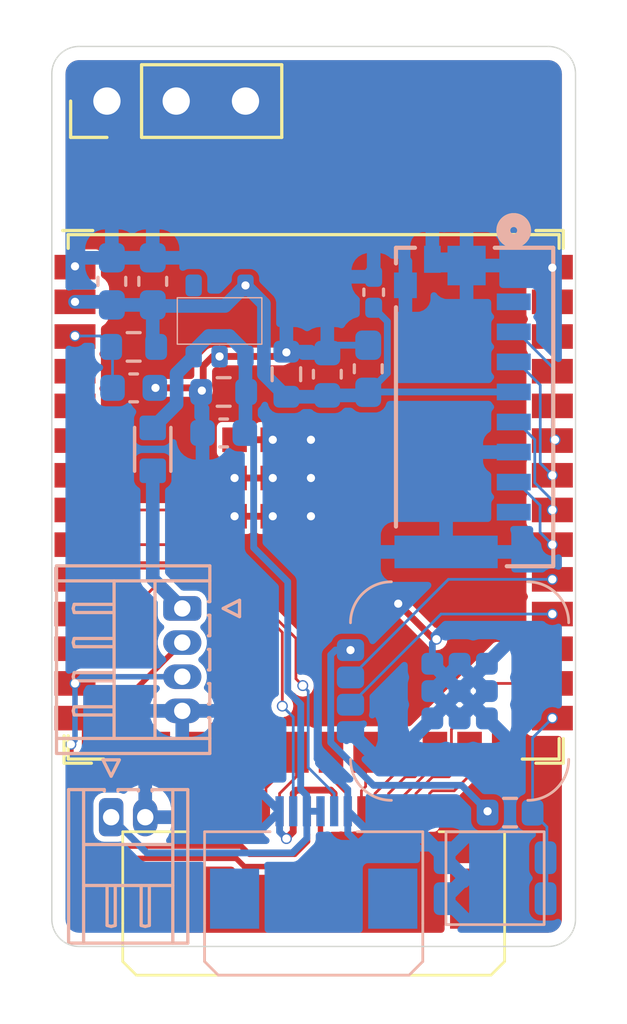
<source format=kicad_pcb>
(kicad_pcb (version 20240108) (generator "pcbnew") (generator_version "8.0")
  (layers (0 "F.Cu" signal) (31 "B.Cu" signal) (34 "B.Paste" user) (35 "F.Paste" user) (36 "B.SilkS" user "B.Silkscreen") (37 "F.SilkS" user "F.Silkscreen") (38 "B.Mask" user) (39 "F.Mask" user) (44 "Edge.Cuts" user))
  (net 0 "")
  (net 1 "GND")
  (net 2 "Net-(ESP1-GPIO0{slash}BOOT)")
  (net 3 "Net-(ESP1-EN)")
  (net 4 "+3V3")
  (net 8 "USB -")
  (net 9 "USB +")
  (net 14 "Sensor SCL")
  (net 16 "Sensor SDA")
  (net 17 "SD SPI MISO")
  (net 18 "SD SPI CLK")
  (net 19 "SD SPI MOSI")
  (net 20 "SD SPI CS")
  (net 21 "Exp 13")
  (net 22 "Exp 4")
  (net 23 "Exp 11")
  (net 24 "Exp 2")
  (net 26 "Exp 9")
  (net 27 "Exp 3")
  (net 29 "Exp 8")
  (net 30 "Exp 0")
  (net 31 "Exp 7")
  (net 32 "Exp 12")
  (net 34 "Exp 1")
  (net 35 "Exp 6")
  (net 38 "Exp 5")
  (net 39 "Exp 10")
  (net 40 "+5V")
  (net 42 "EXP UART RX")
  (net 43 "EXP UART TX")
  (net 44 "Net-(J1-Pin_1)")
  (net 45 "GPIO 0")
  (footprint "FFC_Connector:FFC Aliexpress 0.5mm 18P" (layer "F.Cu") (at 140 112.15)
    (property "Reference" "U2" (hide yes))
    (property "Value" "Expansion" (hide yes))
    (pad "" smd rect (at -5.9 2.25) (size 1.8 2.2) (layers "F.Cu" "F.Paste" "F.Mask"))
    (pad "" smd rect (at 5.9 2.25) (size 1.8 2.2) (layers "F.Cu" "F.Paste" "F.Mask"))
    (pad "1" smd rect (at -4.25 -0.95) (size 0.3 1.1) (layers "F.Cu" "F.Paste" "F.Mask") (net 30 "Exp 0"))
    (pad "2" smd rect (at -3.75 -0.95) (size 0.3 1.1) (layers "F.Cu" "F.Paste" "F.Mask") (net 34 "Exp 1"))
    (pad "3" smd rect (at -3.25 -0.95) (size 0.3 1.1) (layers "F.Cu" "F.Paste" "F.Mask") (net 24 "Exp 2"))
    (pad "4" smd rect (at -2.75 -0.95) (size 0.3 1.1) (layers "F.Cu" "F.Paste" "F.Mask") (net 27 "Exp 3"))
    (pad "5" smd rect (at -2.25 -0.95) (size 0.3 1.1) (layers "F.Cu" "F.Paste" "F.Mask") (net 22 "Exp 4"))
    (pad "6" smd rect (at -1.75 -0.95) (size 0.3 1.1) (layers "F.Cu" "F.Paste" "F.Mask") (net 38 "Exp 5"))
    (pad "7" smd rect (at -1.25 -0.95) (size 0.3 1.1) (layers "F.Cu" "F.Paste" "F.Mask") (net 35 "Exp 6"))
    (pad "8" smd rect (at -0.75 -0.95) (size 0.3 1.1) (layers "F.Cu" "F.Paste" "F.Mask") (net 1 "GND"))
    (pad "9" smd rect (at -0.25 -0.95) (size 0.3 1.1) (layers "F.Cu" "F.Paste" "F.Mask") (net 9 "USB +"))
    (pad "10" smd rect (at 0.25 -0.95) (size 0.3 1.1) (layers "F.Cu" "F.Paste" "F.Mask") (net 8 "USB -"))
    (pad "11" smd rect (at 0.75 -0.95) (size 0.3 1.1) (layers "F.Cu" "F.Paste" "F.Mask") (net 1 "GND"))
    (pad "12" smd rect (at 1.25 -0.95) (size 0.3 1.1) (layers "F.Cu" "F.Paste" "F.Mask") (net 31 "Exp 7"))
    (pad "13" smd rect (at 1.75 -0.95) (size 0.3 1.1) (layers "F.Cu" "F.Paste" "F.Mask") (net 29 "Exp 8"))
    (pad "14" smd rect (at 2.25 -0.95) (size 0.3 1.1) (layers "F.Cu" "F.Paste" "F.Mask") (net 26 "Exp 9"))
    (pad "15" smd rect (at 2.75 -0.95) (size 0.3 1.1) (layers "F.Cu" "F.Paste" "F.Mask") (net 39 "Exp 10"))
    (pad "16" smd rect (at 3.25 -0.95) (size 0.3 1.1) (layers "F.Cu" "F.Paste" "F.Mask") (net 23 "Exp 11"))
    (pad "17" smd rect (at 3.75 -0.95) (size 0.3 1.1) (layers "F.Cu" "F.Paste" "F.Mask") (net 32 "Exp 12"))
    (pad "18" smd rect (at 4.25 -0.95) (size 0.3 1.1) (layers "F.Cu" "F.Paste" "F.Mask") (net 21 "Exp 13"))
  )
  (footprint "PCM_Espressif:ESP32-S3-WROOM-1U" (layer "F.Cu") (at 140 99.54)
    (property "Reference" "ESP1" (hide yes))
    (property "Value" "ESP32-S3-WROOM-1")
    (pad "1" smd rect (at -8.75 -8.26) (size 1.5 0.9) (layers "F.Cu" "F.Paste" "F.Mask") (net 1 "GND"))
    (pad "2" smd rect (at -8.75 -6.99) (size 1.5 0.9) (layers "F.Cu" "F.Paste" "F.Mask") (net 4 "+3V3"))
    (pad "3" smd rect (at -8.75 -5.72) (size 1.5 0.9) (layers "F.Cu" "F.Paste" "F.Mask") (net 3 "Net-(ESP1-EN)"))
    (pad "4" smd rect (at -8.75 -4.45) (size 1.5 0.9) (layers "F.Cu" "F.Paste" "F.Mask"))
    (pad "5" smd rect (at -8.75 -3.18) (size 1.5 0.9) (layers "F.Cu" "F.Paste" "F.Mask"))
    (pad "6" smd rect (at -8.75 -1.91) (size 1.5 0.9) (layers "F.Cu" "F.Paste" "F.Mask"))
    (pad "7" smd rect (at -8.75 -0.64) (size 1.5 0.9) (layers "F.Cu" "F.Paste" "F.Mask"))
    (pad "8" smd rect (at -8.75 0.63) (size 1.5 0.9) (layers "F.Cu" "F.Paste" "F.Mask") (net 43 "EXP UART TX"))
    (pad "9" smd rect (at -8.75 1.9) (size 1.5 0.9) (layers "F.Cu" "F.Paste" "F.Mask") (net 42 "EXP UART RX"))
    (pad "10" smd rect (at -8.75 3.17) (size 1.5 0.9) (layers "F.Cu" "F.Paste" "F.Mask") (net 38 "Exp 5"))
    (pad "11" smd rect (at -8.75 4.44) (size 1.5 0.9) (layers "F.Cu" "F.Paste" "F.Mask") (net 27 "Exp 3"))
    (pad "12" smd rect (at -8.75 5.71) (size 1.5 0.9) (layers "F.Cu" "F.Paste" "F.Mask") (net 34 "Exp 1"))
    (pad "13" smd rect (at -8.75 6.98) (size 1.5 0.9) (layers "F.Cu" "F.Paste" "F.Mask") (net 8 "USB -"))
    (pad "14" smd rect (at -8.75 8.25) (size 1.5 0.9) (layers "F.Cu" "F.Paste" "F.Mask") (net 9 "USB +"))
    (pad "15" smd rect (at -6.985 9.5 90) (size 1.5 0.9) (layers "F.Cu" "F.Paste" "F.Mask"))
    (pad "16" smd rect (at -5.715 9.5 90) (size 1.5 0.9) (layers "F.Cu" "F.Paste" "F.Mask"))
    (pad "17" smd rect (at -4.445 9.5 90) (size 1.5 0.9) (layers "F.Cu" "F.Paste" "F.Mask") (net 30 "Exp 0"))
    (pad "18" smd rect (at -3.175 9.5 90) (size 1.5 0.9) (layers "F.Cu" "F.Paste" "F.Mask") (net 24 "Exp 2"))
    (pad "19" smd rect (at -1.905 9.5 90) (size 1.5 0.9) (layers "F.Cu" "F.Paste" "F.Mask") (net 22 "Exp 4"))
    (pad "20" smd rect (at -0.635 9.5 90) (size 1.5 0.9) (layers "F.Cu" "F.Paste" "F.Mask") (net 35 "Exp 6"))
    (pad "21" smd rect (at 0.635 9.5 90) (size 1.5 0.9) (layers "F.Cu" "F.Paste" "F.Mask") (net 31 "Exp 7"))
    (pad "22" smd rect (at 1.905 9.5 90) (size 1.5 0.9) (layers "F.Cu" "F.Paste" "F.Mask") (net 29 "Exp 8"))
    (pad "23" smd rect (at 3.175 9.5 90) (size 1.5 0.9) (layers "F.Cu" "F.Paste" "F.Mask") (net 26 "Exp 9"))
    (pad "24" smd rect (at 4.445 9.5 90) (size 1.5 0.9) (layers "F.Cu" "F.Paste" "F.Mask") (net 23 "Exp 11"))
    (pad "25" smd rect (at 5.715 9.5 90) (size 1.5 0.9) (layers "F.Cu" "F.Paste" "F.Mask") (net 21 "Exp 13"))
    (pad "26" smd rect (at 6.985 9.5 90) (size 1.5 0.9) (layers "F.Cu" "F.Paste" "F.Mask"))
    (pad "27" smd rect (at 8.75 8.25 180) (size 1.5 0.9) (layers "F.Cu" "F.Paste" "F.Mask") (net 2 "Net-(ESP1-GPIO0{slash}BOOT)"))
    (pad "28" smd rect (at 8.75 6.98 180) (size 1.5 0.9) (layers "F.Cu" "F.Paste" "F.Mask") (net 32 "Exp 12"))
    (pad "29" smd rect (at 8.75 5.71 180) (size 1.5 0.9) (layers "F.Cu" "F.Paste" "F.Mask") (net 39 "Exp 10"))
    (pad "30" smd rect (at 8.75 4.44 180) (size 1.5 0.9) (layers "F.Cu" "F.Paste" "F.Mask") (net 14 "Sensor SCL"))
    (pad "31" smd rect (at 8.75 3.17 180) (size 1.5 0.9) (layers "F.Cu" "F.Paste" "F.Mask") (net 16 "Sensor SDA"))
    (pad "32" smd rect (at 8.75 1.9 180) (size 1.5 0.9) (layers "F.Cu" "F.Paste" "F.Mask") (net 17 "SD SPI MISO"))
    (pad "33" smd rect (at 8.75 0.63 180) (size 1.5 0.9) (layers "F.Cu" "F.Paste" "F.Mask") (net 18 "SD SPI CLK"))
    (pad "34" smd rect (at 8.75 -0.64 180) (size 1.5 0.9) (layers "F.Cu" "F.Paste" "F.Mask") (net 19 "SD SPI MOSI"))
    (pad "35" smd rect (at 8.75 -1.91 180) (size 1.5 0.9) (layers "F.Cu" "F.Paste" "F.Mask") (net 20 "SD SPI CS"))
    (pad "36" smd rect (at 8.75 -3.18 180) (size 1.5 0.9) (layers "F.Cu" "F.Paste" "F.Mask"))
    (pad "37" smd rect (at 8.75 -4.45 180) (size 1.5 0.9) (layers "F.Cu" "F.Paste" "F.Mask"))
    (pad "38" smd rect (at 8.75 -5.72 180) (size 1.5 0.9) (layers "F.Cu" "F.Paste" "F.Mask"))
    (pad "39" smd rect (at 8.75 -6.99 180) (size 1.5 0.9) (layers "F.Cu" "F.Paste" "F.Mask"))
    (pad "40" smd rect (at 8.75 -8.26 180) (size 1.5 0.9) (layers "F.Cu" "F.Paste" "F.Mask") (net 1 "GND"))
    (pad "41" smd rect (at -2.9 -1.94 180) (size 0.9 0.9) (layers "F.Cu" "F.Paste" "F.Mask") (net 1 "GND"))
    (pad "41" smd rect (at -2.9 -0.54 180) (size 0.9 0.9) (layers "F.Cu" "F.Paste" "F.Mask") (net 1 "GND"))
    (pad "41" smd rect (at -2.9 0.86 180) (size 0.9 0.9) (layers "F.Cu" "F.Paste" "F.Mask") (net 1 "GND"))
    (pad "41" smd rect (at -1.5 -1.94 180) (size 0.9 0.9) (layers "F.Cu" "F.Paste" "F.Mask") (net 1 "GND"))
    (pad "41" smd rect (at -1.5 -0.54 180) (size 0.9 0.9) (layers "F.Cu" "F.Paste" "F.Mask") (net 1 "GND"))
    (pad "41" smd rect (at -1.5 0.86 180) (size 0.9 0.9) (layers "F.Cu" "F.Paste" "F.Mask") (net 1 "GND"))
    (pad "41" smd rect (at -0.1 -1.94 180) (size 0.9 0.9) (layers "F.Cu" "F.Paste" "F.Mask") (net 1 "GND"))
    (pad "41" smd rect (at -0.1 -0.54 180) (size 0.9 0.9) (layers "F.Cu" "F.Paste" "F.Mask") (net 1 "GND"))
    (pad "41" smd rect (at -0.1 0.86 180) (size 0.9 0.9) (layers "F.Cu" "F.Paste" "F.Mask") (net 1 "GND"))
  )
  (footprint "Connector_PinHeader_2.54mm:PinHeader_1x03_P2.54mm_Vertical" (layer "F.Cu") (at 132.42 85.2 90)
    (property "Reference" "J4" (hide yes))
    (property "Value" "GPIO 0" (hide yes))
    (pad "1" thru_hole rect (at 0 0 90) (size 1.7 1.7) (drill 1) (layers "*.Cu" "*.Mask") (net 4 "+3V3"))
    (pad "2" thru_hole oval (at 0 2.54 90) (size 1.7 1.7) (drill 1) (layers "*.Cu" "*.Mask") (net 45 "GPIO 0"))
    (pad "3" thru_hole oval (at 0 5.08 90) (size 1.7 1.7) (drill 1) (layers "*.Cu" "*.Mask") (net 1 "GND"))
  )
  (footprint "AP7366-SOT25:AP7366" (layer "B.Cu") (at 136.55 93.25)
    (property "Reference" "U4" (hide yes))
    (property "Value" "AP7366-33W5-7" (hide yes))
    (pad "1" smd roundrect (at 0.95 1.3 270) (size 0.8 0.6) (layers "B.Cu" "B.Paste" "B.Mask") (net 40 "+5V"))
    (pad "2" smd roundrect (at 0 1.3 270) (size 0.8 0.6) (layers "B.Cu" "B.Paste" "B.Mask") (net 1 "GND"))
    (pad "3" smd roundrect (at -0.95 1.3 270) (size 0.8 0.6) (layers "B.Cu" "B.Paste" "B.Mask") (net 40 "+5V"))
    (pad "4" smd roundrect (at -0.95 -1.3 270) (size 0.8 0.6) (layers "B.Cu" "B.Paste" "B.Mask"))
    (pad "5" smd roundrect (at 0.95 -1.3 270) (size 0.8 0.6) (layers "B.Cu" "B.Paste" "B.Mask") (net 4 "+3V3"))
  )
  (footprint "Capacitor_SMD:C_0603_1608Metric_Pad1.08x0.95mm_HandSolder" (layer "B.Cu") (at 142 95 90)
    (property "Reference" "C9" (hide yes))
    (property "Value" "22uF" (hide yes))
    (pad "1" smd roundrect (at -0.862501 0 90) (size 1.075 0.95) (layers "B.Cu" "B.Paste" "B.Mask") (net 4 "+3V3"))
    (pad "2" smd roundrect (at 0.862501 0 90) (size 1.075 0.95) (layers "B.Cu" "B.Paste" "B.Mask") (net 1 "GND"))
  )
  (footprint "Button-R-667843:Button-R-667843" (layer "B.Cu") (at 146.65 113.65 180)
    (property "Reference" "BootSW1" (hide yes))
    (property "Value" "SW_Push" (hide yes))
    (pad "1" smd roundrect (at -1.85 -0.750001 180) (size 0.8 1.2) (layers "B.Cu" "B.Paste" "B.Mask") (net 2 "Net-(ESP1-GPIO0{slash}BOOT)"))
    (pad "1" smd roundrect (at -1.85 0.750001 180) (size 0.8 1.2) (layers "B.Cu" "B.Paste" "B.Mask") (net 2 "Net-(ESP1-GPIO0{slash}BOOT)"))
    (pad "2" smd roundrect (at 1.85 -0.750001 180) (size 0.8 1.2) (layers "B.Cu" "B.Paste" "B.Mask") (net 1 "GND"))
    (pad "2" smd roundrect (at 1.85 0.750001 180) (size 0.8 1.2) (layers "B.Cu" "B.Paste" "B.Mask") (net 1 "GND"))
  )
  (footprint "Capacitor_SMD:C_0603_1608Metric" (layer "B.Cu") (at 140.500001 95.199999 90)
    (property "Reference" "C13" (hide yes))
    (property "Value" "10uF" (hide yes))
    (pad "1" smd roundrect (at -0.775 0 90) (size 0.9 0.95) (layers "B.Cu" "B.Paste" "B.Mask") (net 4 "+3V3"))
    (pad "2" smd roundrect (at 0.775 0 90) (size 0.9 0.95) (layers "B.Cu" "B.Paste" "B.Mask") (net 1 "GND"))
  )
  (footprint "Resistor_SMD:R_0603_1608Metric" (layer "B.Cu") (at 147.2 111.25)
    (property "Reference" "R2" (hide yes))
    (property "Value" "10K" (hide yes))
    (pad "1" smd roundrect (at -0.825 0) (size 0.8 0.95) (layers "B.Cu" "B.Paste" "B.Mask") (net 4 "+3V3"))
    (pad "2" smd roundrect (at 0.825 0) (size 0.8 0.95) (layers "B.Cu" "B.Paste" "B.Mask") (net 2 "Net-(ESP1-GPIO0{slash}BOOT)"))
  )
  (footprint "MicroSD_473092651:CONN12_47309-2651_MOL" (layer "B.Cu") (at 145.9 96.4 90)
    (property "Reference" "J3" (hide yes))
    (property "Value" "MicroSD" (hide yes))
    (pad "1" smd rect (at 3.850012 1.4339 90) (size 0.6096 1.2446) (layers "B.Cu" "B.Paste" "B.Mask"))
    (pad "2" smd rect (at 2.750011 1.4339 90) (size 0.6096 1.2446) (layers "B.Cu" "B.Paste" "B.Mask") (net 20 "SD SPI CS"))
    (pad "3" smd rect (at 1.650011 1.433899 90) (size 0.6096 1.2446) (layers "B.Cu" "B.Paste" "B.Mask") (net 19 "SD SPI MOSI"))
    (pad "4" smd rect (at 0.55001 1.4339 90) (size 0.6096 1.2446) (layers "B.Cu" "B.Paste" "B.Mask") (net 4 "+3V3"))
    (pad "5" smd rect (at -0.549987 1.4339 90) (size 0.6096 1.2446) (layers "B.Cu" "B.Paste" "B.Mask") (net 18 "SD SPI CLK"))
    (pad "6" smd rect (at -1.649988 1.4339 90) (size 0.6096 1.2446) (layers "B.Cu" "B.Paste" "B.Mask") (net 1 "GND"))
    (pad "7" smd rect (at -2.749988 1.4339 90) (size 0.6096 1.2446) (layers "B.Cu" "B.Paste" "B.Mask") (net 17 "SD SPI MISO"))
    (pad "8" smd rect (at -3.849988 1.4339 90) (size 0.6096 1.2446) (layers "B.Cu" "B.Paste" "B.Mask"))
    (pad "G1" smd rect (at -5.305412 -1.046407 90) (size 1.1938 3.7846) (layers "B.Cu" "B.Paste" "B.Mask") (net 1 "GND"))
    (pad "G2" smd rect (at 5.1784 -0.294105 90) (size 1.4478 1.4) (layers "B.Cu" "B.Paste" "B.Mask") (net 1 "GND"))
    (pad "G3" smd rect (at 5.406999 -1.548906 90) (size 0.9906 0.6096) (layers "B.Cu" "B.Paste" "B.Mask") (net 1 "GND"))
    (pad "G4" smd rect (at 4.4545 -2.5368 90) (size 0.9398 0.8382) (layers "B.Cu" "B.Paste" "B.Mask") (net 1 "GND"))
  )
  (footprint "Connector_Hirose:Hirose_DF13-04P-1.25DS_1x04_P1.25mm_Horizontal" (layer "B.Cu") (at 135.1825 103.775 -90)
    (property "Reference" "J1" (hide yes))
    (property "Value" "USB" (hide yes))
    (pad "1" thru_hole roundrect (at 0 0 270) (size 0.9 1.4) (drill 0.6) (layers "*.Cu" "*.Mask") (net 44 "Net-(J1-Pin_1)"))
    (pad "2" thru_hole oval (at 1.249999 0 270) (size 0.9 1.4) (drill 0.6) (layers "*.Cu" "*.Mask") (net 9 "USB +"))
    (pad "3" thru_hole oval (at 2.5 0 270) (size 0.9 1.4) (drill 0.6) (layers "*.Cu" "*.Mask") (net 8 "USB -"))
    (pad "4" thru_hole oval (at 3.749999 0 270) (size 0.9 1.4) (drill 0.6) (layers "*.Cu" "*.Mask") (net 1 "GND"))
  )
  (footprint "Resistor_SMD:R_0603_1608Metric" (layer "B.Cu") (at 133.4 94.2 180)
    (property "Reference" "R1" (hide yes))
    (property "Value" "10K" (hide yes))
    (pad "1" smd roundrect (at -0.825 0 180) (size 0.8 0.95) (layers "B.Cu" "B.Paste" "B.Mask") (net 4 "+3V3"))
    (pad "2" smd roundrect (at 0.825 0 180) (size 0.8 0.95) (layers "B.Cu" "B.Paste" "B.Mask") (net 3 "Net-(ESP1-EN)"))
  )
  (footprint "Resistor_SMD:R_0603_1608Metric" (layer "B.Cu") (at 139.000001 95.2 90)
    (property "Reference" "C12" (hide yes))
    (property "Value" "1uF" (hide yes))
    (pad "1" smd roundrect (at -0.825 0 90) (size 0.8 0.95) (layers "B.Cu" "B.Paste" "B.Mask") (net 4 "+3V3"))
    (pad "2" smd roundrect (at 0.825 0 90) (size 0.8 0.95) (layers "B.Cu" "B.Paste" "B.Mask") (net 1 "GND"))
  )
  (footprint "Capacitor_SMD:C_0603_1608Metric_Pad1.08x0.95mm_HandSolder" (layer "B.Cu") (at 134.1 91.8 90)
    (property "Reference" "C7" (hide yes))
    (property "Value" "22uF" (hide yes))
    (pad "1" smd roundrect (at -0.862501 0 90) (size 1.075 0.95) (layers "B.Cu" "B.Paste" "B.Mask") (net 4 "+3V3"))
    (pad "2" smd roundrect (at 0.862501 0 90) (size 1.075 0.95) (layers "B.Cu" "B.Paste" "B.Mask") (net 1 "GND"))
  )
  (footprint "FFC_Connector:FFC Aliexpress 0.5mm 6P" (layer "B.Cu") (at 140 112.15 180)
    (property "Reference" "U3" (hide yes))
    (property "Value" "Comms Link Expansion" (hide yes))
    (pad "" smd rect (at -2.9 -2.25 180) (size 1.8 2.2) (layers "B.Cu" "B.Paste" "B.Mask"))
    (pad "" smd rect (at 2.9 -2.25 180) (size 1.8 2.2) (layers "B.Cu" "B.Paste" "B.Mask"))
    (pad "1" smd rect (at -1.25 0.95 180) (size 0.3 1.1) (layers "B.Cu" "B.Paste" "B.Mask") (net 1 "GND"))
    (pad "2" smd rect (at -0.75 0.95 180) (size 0.3 1.1) (layers "B.Cu" "B.Paste" "B.Mask") (net 43 "EXP UART TX"))
    (pad "3" smd rect (at -0.25 0.95 180) (size 0.3 1.1) (layers "B.Cu" "B.Paste" "B.Mask") (net 40 "+5V"))
    (pad "4" smd rect (at 0.25 0.95 180) (size 0.3 1.1) (layers "B.Cu" "B.Paste" "B.Mask") (net 40 "+5V"))
    (pad "5" smd rect (at 0.75 0.95 180) (size 0.3 1.1) (layers "B.Cu" "B.Paste" "B.Mask") (net 42 "EXP UART RX"))
    (pad "6" smd rect (at 1.25 0.95 180) (size 0.3 1.1) (layers "B.Cu" "B.Paste" "B.Mask") (net 1 "GND"))
  )
  (footprint "Sensored:Sensored" (layer "B.Cu") (at 145.35 106.8 180)
    (property "Reference" "U1" (hide yes))
    (property "Value" "Sensored" (hide yes))
    (pad "1" smd roundrect (at 4 1.5 270) (size 0.8 1) (layers "B.Cu" "B.Paste" "B.Mask") (net 4 "+3V3"))
    (pad "2" smd roundrect (at 4.000001 0.5 270) (size 0.8 1) (layers "B.Cu" "B.Paste" "B.Mask") (net 16 "Sensor SDA"))
    (pad "3" smd roundrect (at 4.000001 -0.5 270) (size 0.8 1) (layers "B.Cu" "B.Paste" "B.Mask") (net 14 "Sensor SCL"))
    (pad "4" smd roundrect (at -1 -1 270) (size 0.8 0.8) (layers "B.Cu" "B.Paste" "B.Mask") (net 1 "GND"))
    (pad "4" smd roundrect (at -1 0 270) (size 0.8 0.8) (layers "B.Cu" "B.Paste" "B.Mask") (net 1 "GND"))
    (pad "4" smd roundrect (at -1 1 270) (size 0.8 0.8) (layers "B.Cu" "B.Paste" "B.Mask") (net 1 "GND"))
    (pad "4" smd roundrect (at 0 -1 270) (size 0.8 0.8) (layers "B.Cu" "B.Paste" "B.Mask") (net 1 "GND"))
    (pad "4" smd roundrect (at 0 0 270) (size 0.8 0.8) (layers "B.Cu" "B.Paste" "B.Mask") (net 1 "GND"))
    (pad "4" smd roundrect (at 0 1 270) (size 0.8 0.8) (layers "B.Cu" "B.Paste" "B.Mask") (net 1 "GND"))
    (pad "4" smd roundrect (at 1 -1 270) (size 0.8 0.8) (layers "B.Cu" "B.Paste" "B.Mask") (net 1 "GND"))
    (pad "4" smd roundrect (at 1 0 270) (size 0.8 0.8) (layers "B.Cu" "B.Paste" "B.Mask") (net 1 "GND"))
    (pad "4" smd roundrect (at 1 1 270) (size 0.8 0.8) (layers "B.Cu" "B.Paste" "B.Mask") (net 1 "GND"))
    (pad "4" smd roundrect (at 4 -1.5 270) (size 0.8 1) (layers "B.Cu" "B.Paste" "B.Mask") (net 1 "GND"))
  )
  (footprint "Capacitor_SMD:C_0603_1608Metric" (layer "B.Cu") (at 136.7 97.35 180)
    (property "Reference" "C1" (hide yes))
    (property "Value" "10uF" (hide yes))
    (pad "1" smd roundrect (at -0.775 0 180) (size 0.9 0.95) (layers "B.Cu" "B.Paste" "B.Mask") (net 40 "+5V"))
    (pad "2" smd roundrect (at 0.775 0 180) (size 0.9 0.95) (layers "B.Cu" "B.Paste" "B.Mask") (net 1 "GND"))
  )
  (footprint "Connector_Hirose:Hirose_DF13-02P-1.25DS_1x02_P1.25mm_Horizontal" (layer "B.Cu") (at 132.575 111.4175)
    (property "Reference" "J2" (hide yes))
    (property "Value" "Power" (hide yes))
    (pad "1" thru_hole roundrect (at 0 0) (size 0.9 1.4) (drill 0.6) (layers "*.Cu" "*.Mask") (net 40 "+5V"))
    (pad "2" thru_hole oval (at 1.249999 0) (size 0.9 1.4) (drill 0.6) (layers "*.Cu" "*.Mask") (net 1 "GND"))
  )
  (footprint "Ferrite_Bead_MPZ1608S601ATA00:INDC1608X95N" (layer "B.Cu") (at 134.1 97.95 90)
    (property "Reference" "L1" (hide yes))
    (property "Value" "MPZ1608S601ATA00" (hide yes))
    (pad "1" smd roundrect (at -0.785 0 90) (size 0.9 0.97) (layers "B.Cu" "B.Paste" "B.Mask") (roundrect_rratio 0.15) (net 44 "Net-(J1-Pin_1)"))
    (pad "2" smd roundrect (at 0.785 0 90) (size 0.9 0.97) (layers "B.Cu" "B.Paste" "B.Mask") (roundrect_rratio 0.15) (net 40 "+5V"))
  )
  (footprint "Capacitor_SMD:C_0402_1005Metric_Pad0.74x0.62mm_HandSolder" (layer "B.Cu") (at 142.2 92.2 90)
    (property "Reference" "C10" (hide yes))
    (property "Value" "0.1uF" (hide yes))
    (pad "1" smd roundrect (at -0.5675 0 90) (size 0.735 0.62) (layers "B.Cu" "B.Paste" "B.Mask") (net 4 "+3V3"))
    (pad "2" smd roundrect (at 0.5675 0 90) (size 0.735 0.62) (layers "B.Cu" "B.Paste" "B.Mask") (net 1 "GND"))
  )
  (footprint "Capacitor_SMD:C_0603_1608Metric_Pad1.08x0.95mm_HandSolder" (layer "B.Cu") (at 132.6 91.8 90)
    (property "Reference" "C8" (hide yes))
    (property "Value" "0.1uF" (hide yes))
    (pad "1" smd roundrect (at -0.862501 0 90) (size 1.075 0.95) (layers "B.Cu" "B.Paste" "B.Mask") (net 4 "+3V3"))
    (pad "2" smd roundrect (at 0.862501 0 90) (size 1.075 0.95) (layers "B.Cu" "B.Paste" "B.Mask") (net 1 "GND"))
  )
  (footprint "Capacitor_SMD:C_0603_1608Metric" (layer "B.Cu") (at 133.4 95.7 180)
    (property "Reference" "C6" (hide yes))
    (property "Value" "1uF" (hide yes))
    (pad "1" smd roundrect (at -0.775 0 180) (size 0.9 0.95) (layers "B.Cu" "B.Paste" "B.Mask") (net 1 "GND"))
    (pad "2" smd roundrect (at 0.775 0 180) (size 0.9 0.95) (layers "B.Cu" "B.Paste" "B.Mask") (net 3 "Net-(ESP1-EN)"))
  )
  (footprint "Resistor_SMD:R_0603_1608Metric" (layer "B.Cu") (at 136.7 95.85 180)
    (property "Reference" "C11" (hide yes))
    (property "Value" "1uF" (hide yes))
    (pad "1" smd roundrect (at -0.825 0 180) (size 0.8 0.95) (layers "B.Cu" "B.Paste" "B.Mask") (net 40 "+5V"))
    (pad "2" smd roundrect (at 0.825 0 180) (size 0.8 0.95) (layers "B.Cu" "B.Paste" "B.Mask") (net 1 "GND"))
  )
  (gr_line (start 131.4 116.15) (end 148.6 116.15) (stroke (width 0.05)) (layer "Edge.Cuts"))
  (gr_arc (start 131.4 116.15) (mid 130.692893 115.857107) (end 130.4 115.15) (stroke (width 0.05)) (layer "Edge.Cuts"))
  (gr_arc (start 149.6 115.15) (mid 149.307107 115.857107) (end 148.6 116.15) (stroke (width 0.05)) (layer "Edge.Cuts"))
  (gr_line (start 149.6 115.15) (end 149.6 84.2) (stroke (width 0.05)) (layer "Edge.Cuts"))
  (gr_arc (start 130.4 84.2) (mid 130.692893 83.492893) (end 131.4 83.2) (stroke (width 0.05)) (layer "Edge.Cuts"))
  (gr_line (start 148.6 83.2) (end 131.4 83.2) (stroke (width 0.05)) (layer "Edge.Cuts"))
  (gr_line (start 130.4 84.2) (end 130.4 115.15) (stroke (width 0.05)) (layer "Edge.Cuts"))
  (gr_arc (start 148.6 83.2) (mid 149.307107 83.492893) (end 149.6 84.2) (stroke (width 0.05)) (layer "Edge.Cuts"))
  (segment (start 137.1 100.4) (end 139.9 100.4) (width 0.25) (layer "F.Cu") (net 1))
  (segment (start 140.625 110.425) (end 140.75 110.55) (width 0.25) (layer "F.Cu") (net 1))
  (segment (start 138.85 94.55) (end 136.55 94.55) (width 0.25) (layer "F.Cu") (net 1))
  (segment (start 137.1 97.6) (end 137.1 100.4) (width 0.25) (layer "F.Cu") (net 1))
  (segment (start 148.75 91.28) (end 148.75 91.3) (width 0.25) (layer "F.Cu") (net 1))
  (segment (start 139.25 111.95) (end 139.25 111.2) (width 0.25) (layer "F.Cu") (net 1))
  (segment (start 137.1 97.6) (end 139.9 97.6) (width 0.25) (layer "F.Cu") (net 1))
  (segment (start 135.95 94.9) (end 135.95 95.75) (width 0.25) (layer "F.Cu") (net 1))
  (segment (start 143.1 103.6) (end 144.4 104.9) (width 0.25) (layer "F.Cu") (net 1))
  (segment (start 131.25 91.28) (end 131.25 91.25) (width 0.25) (layer "F.Cu") (net 1))
  (segment (start 139.9 100.4) (end 139.9 97.6) (width 0.25) (layer "F.Cu") (net 1))
  (segment (start 144.4 104.9) (end 144.5 104.9) (width 0.25) (layer "F.Cu") (net 1))
  (segment (start 139.25 110.55) (end 139.375 110.425) (width 0.25) (layer "F.Cu") (net 1))
  (segment (start 139.375 110.425) (end 140.625 110.425) (width 0.25) (layer "F.Cu") (net 1))
  (segment (start 134.2 95.7) (end 135.8 95.7) (width 0.25) (layer "F.Cu") (net 1))
  (segment (start 135.8 95.7) (end 135.9 95.8) (width 0.25) (layer "F.Cu") (net 1))
  (segment (start 139.25 111.2) (end 139.25 110.55) (width 0.25) (layer "F.Cu") (net 1))
  (segment (start 140.75 110.55) (end 140.75 111.2) (width 0.25) (layer "F.Cu") (net 1))
  (segment (start 138.5 97.6) (end 138.5 100.4) (width 0.25) (layer "F.Cu") (net 1))
  (segment (start 136.55 94.55) (end 136.3 94.55) (width 0.25) (layer "F.Cu") (net 1))
  (segment (start 139 112.2) (end 139.25 111.95) (width 0.25) (layer "F.Cu") (net 1))
  (segment (start 137.1 99) (end 139.9 99) (width 0.25) (layer "F.Cu") (net 1))
  (segment (start 139 94.4) (end 138.85 94.55) (width 0.25) (layer "F.Cu") (net 1))
  (segment (start 136.3 94.55) (end 135.95 94.9) (width 0.25) (layer "F.Cu") (net 1))
  (segment (start 135.95 95.75) (end 135.9 95.8) (width 0.25) (layer "F.Cu") (net 1))
  (via (at 139.9 100.4) (size 0.4) (drill 0.3) (layers "F.Cu" "B.Cu") (net 1))
  (via (at 131.25 91.25) (size 0.4) (drill 0.3) (layers "F.Cu" "B.Cu") (net 1))
  (via (at 139 112.2) (size 0.4) (drill 0.3) (layers "F.Cu" "B.Cu") (net 1))
  (via (at 139 94.4) (size 0.4) (drill 0.3) (layers "F.Cu" "B.Cu") (net 1))
  (via (at 137.1 100.4) (size 0.4) (drill 0.3) (layers "F.Cu" "B.Cu") (net 1))
  (via (at 138.5 100.4) (size 0.4) (drill 0.3) (layers "F.Cu" "B.Cu") (net 1))
  (via (at 144.5 104.9) (size 0.4) (drill 0.3) (layers "F.Cu" "B.Cu") (net 1))
  (via (at 134.2 95.7) (size 0.4) (drill 0.3) (layers "F.Cu" "B.Cu") (net 1))
  (via (at 139.9 99) (size 0.4) (drill 0.3) (layers "F.Cu" "B.Cu") (net 1))
  (via (at 136.55 94.55) (size 0.4) (drill 0.3) (layers "F.Cu" "B.Cu") (net 1))
  (via (at 137.1 99) (size 0.4) (drill 0.3) (layers "F.Cu" "B.Cu") (net 1))
  (via (at 138.5 99) (size 0.4) (drill 0.3) (layers "F.Cu" "B.Cu") (net 1))
  (via (at 139.9 97.6) (size 0.4) (drill 0.3) (layers "F.Cu" "B.Cu") (net 1))
  (via (at 138.5 97.6) (size 0.4) (drill 0.3) (layers "F.Cu" "B.Cu") (net 1))
  (via (at 148.75 91.3) (size 0.4) (drill 0.3) (layers "F.Cu" "B.Cu") (net 1))
  (via (at 135.9 95.8) (size 0.4) (drill 0.3) (layers "F.Cu" "B.Cu") (net 1))
  (via (at 143.1 103.6) (size 0.4) (drill 0.3) (layers "F.Cu" "B.Cu") (net 1))
  (segment (start 141.799999 112.549999) (end 141.25 112) (width 0.25) (layer "B.Cu") (net 1))
  (segment (start 137.1 109.55) (end 137.1 100.4) (width 0.25) (layer "B.Cu") (net 1))
  (segment (start 140.787501 94.137499) (end 140.500001 94.424999) (width 0.25) (layer "B.Cu") (net 1))
  (segment (start 138.75 111.2) (end 137.1 109.55) (width 0.25) (layer "B.Cu") (net 1))
  (segment (start 143.1 103.6) (end 139.9 100.4) (width 0.25) (layer "B.Cu") (net 1))
  (segment (start 140.125 109.275) (end 141.25 110.4) (width 0.25) (layer "B.Cu") (net 1))
  (segment (start 141.25 112) (end 141.25 111.2) (width 0.25) (layer "B.Cu") (net 1))
  (segment (start 141.25 110.4) (end 141.25 111.2) (width 0.25) (layer "B.Cu") (net 1))
  (segment (start 140.125 100.625) (end 140.125 109.275) (width 0.25) (layer "B.Cu") (net 1))
  (segment (start 139.9 100.4) (end 140.125 100.625) (width 0.25) (layer "B.Cu") (net 1))
  (segment (start 139.000001 94.375) (end 139.000001 94.399999) (width 0.25) (layer "B.Cu") (net 1))
  (segment (start 144.35 105.8) (end 144.35 105.05) (width 0.25) (layer "B.Cu") (net 1))
  (segment (start 144.85 112.549999) (end 141.799999 112.549999) (width 0.25) (layer "B.Cu") (net 1))
  (segment (start 144.35 105.05) (end 144.5 104.9) (width 0.25) (layer "B.Cu") (net 1))
  (segment (start 135.875 95.85) (end 135.875 95.825) (width 0.25) (layer "B.Cu") (net 1))
  (segment (start 135.875 95.825) (end 135.9 95.8) (width 0.25) (layer "B.Cu") (net 1))
  (segment (start 138.75 111.95) (end 139 112.2) (width 0.25) (layer "B.Cu") (net 1))
  (segment (start 134.175 95.7) (end 134.2 95.7) (width 0.25) (layer "B.Cu") (net 1))
  (segment (start 139.000001 94.399999) (end 139 94.4) (width 0.25) (layer "B.Cu") (net 1))
  (segment (start 142 94.137499) (end 140.787501 94.137499) (width 0.25) (layer "B.Cu") (net 1))
  (segment (start 138.75 111.2) (end 138.75 111.95) (width 0.25) (layer "B.Cu") (net 1))
  (via (at 148.75 107.79) (size 0.4) (drill 0.3) (layers "F.Cu" "B.Cu") (net 2))
  (segment (start 148.55 114.050001) (end 148.55 111.775) (width 0.1) (layer "B.Cu") (net 2))
  (segment (start 148.025 111.25) (end 148.025 108.515) (width 0.1) (layer "B.Cu") (net 2))
  (segment (start 148.025 108.515) (end 148.75 107.79) (width 0.1) (layer "B.Cu") (net 2))
  (segment (start 148.55 111.775) (end 148.025 111.25) (width 0.1) (layer "B.Cu") (net 2))
  (segment (start 131.25 93.82) (end 131.25 93.8) (width 0.1) (layer "F.Cu") (net 3))
  (via (at 131.25 93.8) (size 0.4) (drill 0.3) (layers "F.Cu" "B.Cu") (net 3))
  (segment (start 132.625 94.25) (end 132.575 94.2) (width 0.1) (layer "B.Cu") (net 3))
  (segment (start 131.25 93.8) (end 132.175 93.8) (width 0.1) (layer "B.Cu") (net 3))
  (segment (start 132.175 93.8) (end 132.575 94.2) (width 0.1) (layer "B.Cu") (net 3))
  (segment (start 132.625 95.7) (end 132.625 94.25) (width 0.1) (layer "B.Cu") (net 3))
  (via (at 146.375 111.2) (size 0.4) (drill 0.3) (layers "F.Cu" "B.Cu") (net 4))
  (via (at 141.35 105.3) (size 0.4) (drill 0.3) (layers "F.Cu" "B.Cu") (net 4))
  (via (at 131.25 92.55) (size 0.4) (drill 0.3) (layers "F.Cu" "B.Cu") (net 4))
  (via (at 137.5 91.95) (size 0.4) (drill 0.3) (layers "F.Cu" "B.Cu") (net 4))
  (segment (start 142.193418 110.25) (end 140.625 108.681582) (width 0.25) (layer "B.Cu") (net 4))
  (segment (start 141.887502 95.974999) (end 142 95.862501) (width 0.5) (layer "B.Cu") (net 4))
  (segment (start 132.6 92.662501) (end 134.1 92.662501) (width 0.5) (layer "B.Cu") (net 4))
  (segment (start 145.425 110.25) (end 142.193418 110.25) (width 0.25) (layer "B.Cu") (net 4))
  (segment (start 140.500001 95.974999) (end 141.887502 95.974999) (width 0.5) (layer "B.Cu") (net 4))
  (segment (start 134.1 94.075) (end 134.225 94.2) (width 0.5) (layer "B.Cu") (net 4))
  (segment (start 147.3339 95.84999) (end 142.012511 95.84999) (width 0.25) (layer "B.Cu") (net 4))
  (segment (start 136.75 92.7) (end 137.5 91.95) (width 0.5) (layer "B.Cu") (net 4))
  (segment (start 139.000001 96.025) (end 140.45 96.025) (width 0.5) (layer "B.Cu") (net 4))
  (segment (start 131.25 92.55) (end 132.487499 92.55) (width 0.5) (layer "B.Cu") (net 4))
  (segment (start 140.45 96.025) (end 140.500001 95.974999) (width 0.5) (layer "B.Cu") (net 4))
  (segment (start 138.175001 95.2) (end 139.000001 96.025) (width 0.5) (layer "B.Cu") (net 4))
  (segment (start 142.7 93.2675) (end 142.7 95.162501) (width 0.25) (layer "B.Cu") (net 4))
  (segment (start 132.487499 92.55) (end 132.6 92.662501) (width 0.5) (layer "B.Cu") (net 4))
  (segment (start 134.362501 92.662501) (end 134.4 92.7) (width 0.5) (layer "B.Cu") (net 4))
  (segment (start 140.8 105.3) (end 141.35 105.3) (width 0.25) (layer "B.Cu") (net 4))
  (segment (start 137.5 91.95) (end 138.175001 92.625001) (width 0.5) (layer "B.Cu") (net 4))
  (segment (start 142.012511 95.84999) (end 142 95.862501) (width 0.25) (layer "B.Cu") (net 4))
  (segment (start 134.1 92.662501) (end 134.362501 92.662501) (width 0.5) (layer "B.Cu") (net 4))
  (segment (start 146.375 111.2) (end 145.425 110.25) (width 0.25) (layer "B.Cu") (net 4))
  (segment (start 142.7 95.162501) (end 142 95.862501) (width 0.25) (layer "B.Cu") (net 4))
  (segment (start 138.175001 92.625001) (end 138.175001 95.2) (width 0.5) (layer "B.Cu") (net 4))
  (segment (start 142.2 92.7675) (end 142.7 93.2675) (width 0.25) (layer "B.Cu") (net 4))
  (segment (start 140.625 108.681582) (end 140.625 105.475) (width 0.25) (layer "B.Cu") (net 4))
  (segment (start 134.1 92.662501) (end 134.1 94.075) (width 0.5) (layer "B.Cu") (net 4))
  (segment (start 134.4 92.7) (end 136.75 92.7) (width 0.5) (layer "B.Cu") (net 4))
  (segment (start 140.625 105.475) (end 140.8 105.3) (width 0.25) (layer "B.Cu") (net 4))
  (segment (start 140.25 112.025001) (end 140.25 111.2) (width 0.2) (layer "F.Cu") (net 8))
  (segment (start 140.225 112.4932) (end 140.225 112.050001) (width 0.2) (layer "F.Cu") (net 8))
  (segment (start 137.1568 112.925) (end 137.4568 113.225) (width 0.2) (layer "F.Cu") (net 8))
  (segment (start 131.1 112.1182) (end 131.9068 112.925) (width 0.2) (layer "F.Cu") (net 8))
  (segment (start 140.225 112.050001) (end 140.25 112.025001) (width 0.2) (layer "F.Cu") (net 8))
  (segment (start 131.1 108.75) (end 131.1 112.1182) (width 0.2) (layer "F.Cu") (net 8))
  (segment (start 131.9068 112.925) (end 137.1568 112.925) (width 0.2) (layer "F.Cu") (net 8))
  (segment (start 139.4932 113.225) (end 140.225 112.4932) (width 0.2) (layer "F.Cu") (net 8))
  (segment (start 137.4568 113.225) (end 139.4932 113.225) (width 0.2) (layer "F.Cu") (net 8))
  (via (at 131.1 108.75) (size 0.4) (drill 0.3) (layers "F.Cu" "B.Cu") (net 8))
  (via (at 131.25 106.52) (size 0.4) (drill 0.3) (layers "F.Cu" "B.Cu") (net 8))
  (segment (start 131.25 108.6) (end 131.1 108.75) (width 0.2) (layer "B.Cu") (net 8))
  (segment (start 131.25 106.52) (end 131.25 108.6) (width 0.2) (layer "B.Cu") (net 8))
  (segment (start 135.1825 106.275) (end 131.495 106.275) (width 0.2) (layer "B.Cu") (net 8))
  (segment (start 131.495 106.275) (end 131.25 106.52) (width 0.2) (layer "B.Cu") (net 8))
  (segment (start 137.3432 112.475) (end 137.6432 112.775) (width 0.2) (layer "F.Cu") (net 9))
  (segment (start 131.25 107.79) (end 131.6 108.14) (width 0.2) (layer "F.Cu") (net 9))
  (segment (start 132.0932 112.475) (end 137.3432 112.475) (width 0.2) (layer "F.Cu") (net 9))
  (segment (start 139.775 112.050001) (end 139.75 112.025001) (width 0.2) (layer "F.Cu") (net 9))
  (segment (start 131.6 111.9818) (end 132.0932 112.475) (width 0.2) (layer "F.Cu") (net 9))
  (segment (start 137.6432 112.775) (end 139.3068 112.775) (width 0.2) (layer "F.Cu") (net 9))
  (segment (start 139.75 112.025001) (end 139.75 111.2) (width 0.2) (layer "F.Cu") (net 9))
  (segment (start 132.417499 107.79) (end 135.1825 105.024999) (width 0.2) (layer "F.Cu") (net 9))
  (segment (start 139.3068 112.775) (end 139.775 112.3068) (width 0.2) (layer "F.Cu") (net 9))
  (segment (start 139.775 112.3068) (end 139.775 112.050001) (width 0.2) (layer "F.Cu") (net 9))
  (segment (start 131.6 108.14) (end 131.6 111.9818) (width 0.2) (layer "F.Cu") (net 9))
  (segment (start 131.25 107.79) (end 132.417499 107.79) (width 0.2) (layer "F.Cu") (net 9))
  (via (at 148.75 103.98) (size 0.4) (drill 0.3) (layers "F.Cu" "B.Cu") (net 14))
  (segment (start 144.669999 103.98) (end 148.75 103.98) (width 0.1) (layer "B.Cu") (net 14))
  (segment (start 141.349999 107.3) (end 144.669999 103.98) (width 0.1) (layer "B.Cu") (net 14))
  (via (at 148.75 102.71) (size 0.4) (drill 0.3) (layers "F.Cu" "B.Cu") (net 16))
  (segment (start 148.75 102.71) (end 144.939999 102.71) (width 0.1) (layer "B.Cu") (net 16))
  (segment (start 144.939999 102.71) (end 141.349999 106.3) (width 0.1) (layer "B.Cu") (net 16))
  (segment (start 148.75 102.750517) (end 148.75 102.71) (width 0.1) (layer "B.Cu") (net 16))
  (via (at 148.75 101.44) (size 0.4) (drill 0.3) (layers "F.Cu" "B.Cu") (net 17))
  (segment (start 147.449988 99.149988) (end 148.3 100) (width 0.1) (layer "B.Cu") (net 17))
  (segment (start 148.3 100) (end 148.3 100.99) (width 0.1) (layer "B.Cu") (net 17))
  (segment (start 147.3339 99.149988) (end 147.449988 99.149988) (width 0.1) (layer "B.Cu") (net 17))
  (segment (start 148.3 100.99) (end 148.75 101.44) (width 0.1) (layer "B.Cu") (net 17))
  (via (at 148.75 100.17) (size 0.4) (drill 0.3) (layers "F.Cu" "B.Cu") (net 18))
  (segment (start 147.3339 96.949987) (end 147.460999 96.949987) (width 0.1) (layer "B.Cu") (net 18))
  (segment (start 148.75 99.817157) (end 148.75 100.17) (width 0.1) (layer "B.Cu") (net 18))
  (segment (start 147.460999 96.949987) (end 148.1062 97.595188) (width 0.1) (layer "B.Cu") (net 18))
  (segment (start 148.1062 99.173357) (end 148.75 99.817157) (width 0.1) (layer "B.Cu") (net 18))
  (segment (start 148.1062 97.595188) (end 148.1062 99.173357) (width 0.1) (layer "B.Cu") (net 18))
  (via (at 148.75 98.9) (size 0.4) (drill 0.3) (layers "F.Cu" "B.Cu") (net 19))
  (segment (start 148.3062 98.4562) (end 148.75 98.9) (width 0.1) (layer "B.Cu") (net 19))
  (segment (start 147.333899 94.749989) (end 147.460999 94.749989) (width 0.1) (layer "B.Cu") (net 19))
  (segment (start 148.3062 95.59519) (end 148.3062 98.4562) (width 0.1) (layer "B.Cu") (net 19))
  (segment (start 147.460999 94.749989) (end 148.3062 95.59519) (width 0.1) (layer "B.Cu") (net 19))
  (segment (start 148.75 97.63) (end 148.82 97.63) (width 0.1) (layer "F.Cu") (net 20))
  (segment (start 148.82 97.63) (end 148.85 97.6) (width 0.1) (layer "F.Cu") (net 20))
  (via (at 148.85 97.6) (size 0.4) (drill 0.3) (layers "F.Cu" "B.Cu") (net 20))
  (segment (start 148.75 97.35) (end 148.75 97.63) (width 0.1) (layer "B.Cu") (net 20))
  (segment (start 148.75 97.5) (end 148.85 97.6) (width 0.1) (layer "B.Cu") (net 20))
  (segment (start 148.75 94.93899) (end 148.75 97.35) (width 0.1) (layer "B.Cu") (net 20))
  (segment (start 147.3339 93.649989) (end 147.460999 93.649989) (width 0.1) (layer "B.Cu") (net 20))
  (segment (start 148.75 97.35) (end 148.75 97.5) (width 0.1) (layer "B.Cu") (net 20))
  (segment (start 147.460999 93.649989) (end 148.75 94.93899) (width 0.1) (layer "B.Cu") (net 20))
  (segment (start 144.35 110.45) (end 145.155 110.45) (width 0.1) (layer "F.Cu") (net 21))
  (segment (start 144.25 111.2) (end 144.25 110.55) (width 0.1) (layer "F.Cu") (net 21))
  (segment (start 145.155 110.45) (end 145.715 109.89) (width 0.1) (layer "F.Cu") (net 21))
  (segment (start 144.25 110.55) (end 144.35 110.45) (width 0.1) (layer "F.Cu") (net 21))
  (segment (start 145.715 109.89) (end 145.715 109.04) (width 0.1) (layer "F.Cu") (net 21))
  (segment (start 138.095 109.905) (end 137.75 110.25) (width 0.1) (layer "F.Cu") (net 22))
  (segment (start 137.75 111.2) (end 137.75 110.25) (width 0.1) (layer "F.Cu") (net 22))
  (segment (start 138.095 109.04) (end 138.095 109.905) (width 0.1) (layer "F.Cu") (net 22))
  (segment (start 143.25 110.682843) (end 144.445 109.487843) (width 0.1) (layer "F.Cu") (net 23))
  (segment (start 144.445 109.487843) (end 144.445 109.04) (width 0.1) (layer "F.Cu") (net 23))
  (segment (start 143.25 111.2) (end 143.25 110.682843) (width 0.1) (layer "F.Cu") (net 23))
  (segment (start 136.825 110.325) (end 136.825 109.04) (width 0.1) (layer "F.Cu") (net 24))
  (segment (start 136.75 111.2) (end 136.75 110.4) (width 0.1) (layer "F.Cu") (net 24))
  (segment (start 136.75 110.4) (end 136.825 110.325) (width 0.1) (layer "F.Cu") (net 24))
  (segment (start 142.25 111.2) (end 142.25 110.55) (width 0.1) (layer "F.Cu") (net 26))
  (segment (start 142.25 110.55) (end 143.175 109.625) (width 0.1) (layer "F.Cu") (net 26))
  (segment (start 143.175 109.625) (end 143.175 109.04) (width 0.1) (layer "F.Cu") (net 26))
  (segment (start 135.932842 102.3) (end 133.16 102.3) (width 0.1) (layer "F.Cu") (net 27))
  (segment (start 137.45 109.85) (end 137.45 103.817158) (width 0.1) (layer "F.Cu") (net 27))
  (segment (start 137.25 111.2) (end 137.25 110.05) (width 0.1) (layer "F.Cu") (net 27))
  (segment (start 133.16 102.3) (end 131.48 103.98) (width 0.1) (layer "F.Cu") (net 27))
  (segment (start 137.25 110.05) (end 137.45 109.85) (width 0.1) (layer "F.Cu") (net 27))
  (segment (start 131.48 103.98) (end 131.25 103.98) (width 0.1) (layer "F.Cu") (net 27))
  (segment (start 137.45 103.817158) (end 135.932842 102.3) (width 0.1) (layer "F.Cu") (net 27))
  (segment (start 141.75 111.2) (end 141.75 110.45) (width 0.1) (layer "F.Cu") (net 29))
  (segment (start 141.75 110.45) (end 141.905 110.295) (width 0.1) (layer "F.Cu") (net 29))
  (segment (start 141.905 110.295) (end 141.905 109.04) (width 0.1) (layer "F.Cu") (net 29))
  (segment (start 135.75 111.2) (end 135.75 110.4) (width 0.1) (layer "F.Cu") (net 30))
  (segment (start 135.555 110.205) (end 135.555 109.04) (width 0.1) (layer "F.Cu") (net 30))
  (segment (start 135.75 110.4) (end 135.555 110.205) (width 0.1) (layer "F.Cu") (net 30))
  (segment (start 141.25 110.6) (end 141.25 111.2) (width 0.1) (layer "F.Cu") (net 31))
  (segment (start 140.635 109.985) (end 141.25 110.6) (width 0.1) (layer "F.Cu") (net 31))
  (segment (start 140.635 109.04) (end 140.635 109.985) (width 0.1) (layer "F.Cu") (net 31))
  (segment (start 145.05 108.205) (end 145.05 109.85) (width 0.1) (layer "F.Cu") (net 32))
  (segment (start 148.75 106.52) (end 146.735 106.52) (width 0.1) (layer "F.Cu") (net 32))
  (segment (start 144.36 109.94) (end 144.96 109.94) (width 0.1) (layer "F.Cu") (net 32))
  (segment (start 146.735 106.52) (end 145.05 108.205) (width 0.1) (layer "F.Cu") (net 32))
  (segment (start 144.96 109.94) (end 145.05 109.85) (width 0.1) (layer "F.Cu") (net 32))
  (segment (start 143.75 111.2) (end 143.75 110.55) (width 0.1) (layer "F.Cu") (net 32))
  (segment (start 143.75 110.55) (end 144.36 109.94) (width 0.1) (layer "F.Cu") (net 32))
  (segment (start 131.9 105.25) (end 131.25 105.25) (width 0.1) (layer "F.Cu") (net 34))
  (segment (start 136.25 111.2) (end 136.25 109.9) (width 0.1) (layer "F.Cu") (net 34))
  (segment (start 134.4 102.75) (end 131.9 105.25) (width 0.1) (layer "F.Cu") (net 34))
  (segment (start 136.2 109.85) (end 136.2 108.1) (width 0.1) (layer "F.Cu") (net 34))
  (segment (start 136.1 102.75) (end 134.4 102.75) (width 0.1) (layer "F.Cu") (net 34))
  (segment (start 136.8 107.5) (end 136.8 103.45) (width 0.1) (layer "F.Cu") (net 34))
  (segment (start 136.25 109.9) (end 136.2 109.85) (width 0.1) (layer "F.Cu") (net 34))
  (segment (start 136.2 108.1) (end 136.8 107.5) (width 0.1) (layer "F.Cu") (net 34))
  (segment (start 136.8 103.45) (end 136.1 102.75) (width 0.1) (layer "F.Cu") (net 34))
  (segment (start 139.365 109.935) (end 139.365 109.04) (width 0.1) (layer "F.Cu") (net 35))
  (segment (start 138.75 111.2) (end 138.75 110.55) (width 0.1) (layer "F.Cu") (net 35))
  (segment (start 138.75 110.55) (end 139.365 109.935) (width 0.1) (layer "F.Cu") (net 35))
  (segment (start 136.015685 102.1) (end 131.86 102.1) (width 0.1) (layer "F.Cu") (net 38))
  (segment (start 138.25 111.2) (end 138.25 110.35) (width 0.1) (layer "F.Cu") (net 38))
  (segment (start 138.2 104.284315) (end 136.015685 102.1) (width 0.1) (layer "F.Cu") (net 38))
  (segment (start 138.695 109.905) (end 138.695 108.14) (width 0.1) (layer "F.Cu") (net 38))
  (segment (start 138.2 107.645) (end 138.2 104.284315) (width 0.1) (layer "F.Cu") (net 38))
  (segment (start 138.25 110.35) (end 138.695 109.905) (width 0.1) (layer "F.Cu") (net 38))
  (segment (start 138.695 108.14) (end 138.2 107.645) (width 0.1) (layer "F.Cu") (net 38))
  (segment (start 131.86 102.1) (end 131.25 102.71) (width 0.1) (layer "F.Cu") (net 38))
  (segment (start 143.8 108.185) (end 143.8 109.85) (width 0.1) (layer "F.Cu") (net 39))
  (segment (start 148.75 105.25) (end 146.735 105.25) (width 0.1) (layer "F.Cu") (net 39))
  (segment (start 146.735 105.25) (end 143.8 108.185) (width 0.1) (layer "F.Cu") (net 39))
  (segment (start 143.71 109.94) (end 143.8 109.85) (width 0.1) (layer "F.Cu") (net 39))
  (segment (start 142.75 110.55) (end 143.36 109.94) (width 0.1) (layer "F.Cu") (net 39))
  (segment (start 142.75 111.2) (end 142.75 110.55) (width 0.1) (layer "F.Cu") (net 39))
  (segment (start 143.36 109.94) (end 143.71 109.94) (width 0.1) (layer "F.Cu") (net 39))
  (segment (start 137.8 101.55) (end 137.8 97.675) (width 0.25) (layer "B.Cu") (net 40))
  (segment (start 132.575 111.4175) (end 133.8825 112.725) (width 0.25) (layer "B.Cu") (net 40))
  (segment (start 137.5 95.774998) (end 137.575001 95.849999) (width 0.1) (layer "B.Cu") (net 40))
  (segment (start 139.75 110.625) (end 139.525 110.4) (width 0.25) (layer "B.Cu") (net 40))
  (segment (start 137.5 94.388738) (end 136.911262 93.8) (width 0.5) (layer "B.Cu") (net 40))
  (segment (start 140.25 111.2) (end 139.75 111.2) (width 0.25) (layer "B.Cu") (net 40))
  (segment (start 137.8 97.675) (end 137.475 97.35) (width 0.25) (layer "B.Cu") (net 40))
  (segment (start 137.5 97.325) (end 137.475 97.35) (width 0.5) (layer "B.Cu") (net 40))
  (segment (start 139.217463 112.725) (end 139.75 112.192463) (width 0.25) (layer "B.Cu") (net 40))
  (segment (start 136.15 93.8) (end 135.6 94.35) (width 0.5) (layer "B.Cu") (net 40))
  (segment (start 133.8825 112.725) (end 139.217463 112.725) (width 0.25) (layer "B.Cu") (net 40))
  (segment (start 134.975 96.29) (end 134.975 95.175) (width 0.5) (layer "B.Cu") (net 40))
  (segment (start 136.911262 93.8) (end 136.15 93.8) (width 0.5) (layer "B.Cu") (net 40))
  (segment (start 134.1 97.165) (end 134.975 96.29) (width 0.5) (layer "B.Cu") (net 40))
  (segment (start 137.5 94.55) (end 137.5 97.325) (width 0.5) (layer "B.Cu") (net 40))
  (segment (start 139.05 106.807537) (end 139.05 102.8) (width 0.25) (layer "B.Cu") (net 40))
  (segment (start 135.6 94.35) (end 135.6 94.55) (width 0.5) (layer "B.Cu") (net 40))
  (segment (start 139.75 111.2) (end 139.75 110.625) (width 0.25) (layer "B.Cu") (net 40))
  (segment (start 139.525 110.4) (end 139.525 107.282537) (width 0.25) (layer "B.Cu") (net 40))
  (segment (start 139.525 107.282537) (end 139.05 106.807537) (width 0.25) (layer "B.Cu") (net 40))
  (segment (start 139.05 102.8) (end 137.8 101.55) (width 0.25) (layer "B.Cu") (net 40))
  (segment (start 139.75 112.192463) (end 139.75 111.2) (width 0.25) (layer "B.Cu") (net 40))
  (segment (start 137.5 94.55) (end 137.5 94.388738) (width 0.5) (layer "B.Cu") (net 40))
  (segment (start 134.975 95.175) (end 135.6 94.55) (width 0.5) (layer "B.Cu") (net 40))
  (segment (start 138.85 107.35) (end 138.85 104.651473) (width 0.1) (layer "F.Cu") (net 42))
  (segment (start 135.638527 101.44) (end 131.25 101.44) (width 0.1) (layer "F.Cu") (net 42))
  (segment (start 138.85 104.651473) (end 135.638527 101.44) (width 0.1) (layer "F.Cu") (net 42))
  (via (at 138.85 107.35) (size 0.4) (drill 0.3) (layers "F.Cu" "B.Cu") (net 42))
  (segment (start 139.25 107.75) (end 139.25 111.2) (width 0.1) (layer "B.Cu") (net 42))
  (segment (start 138.85 107.35) (end 139.25 107.75) (width 0.1) (layer "B.Cu") (net 42))
  (segment (start 139.35 106.35) (end 139.35 104.868631) (width 0.1) (layer "F.Cu") (net 43))
  (segment (start 139.35 104.868631) (end 134.651369 100.17) (width 0.1) (layer "F.Cu") (net 43))
  (segment (start 139.6 106.6) (end 139.35 106.35) (width 0.1) (layer "F.Cu") (net 43))
  (segment (start 134.651369 100.17) (end 131.25 100.17) (width 0.1) (layer "F.Cu") (net 43))
  (via (at 139.6 106.6) (size 0.4) (drill 0.3) (layers "F.Cu" "B.Cu") (net 43))
  (segment (start 139.6 106.6) (end 139.8 106.8) (width 0.1) (layer "B.Cu") (net 43))
  (segment (start 139.8 106.8) (end 139.8 109.6) (width 0.1) (layer "B.Cu") (net 43))
  (segment (start 140.75 110.55) (end 140.75 111.2) (width 0.1) (layer "B.Cu") (net 43))
  (segment (start 139.8 109.6) (end 140.75 110.55) (width 0.1) (layer "B.Cu") (net 43))
  (segment (start 135.1825 103.775) (end 134.1 102.6925) (width 0.5) (layer "B.Cu") (net 44))
  (segment (start 134.1 102.6925) (end 134.1 98.735) (width 0.5) (layer "B.Cu") (net 44))
  (zone (net 4) (net_name "+3V3") (layer "F.Cu") (priority 1) (connect_pads (clearance 0.2)) (min_thickness 0.25) (fill yes (thermal_gap 0.5) (thermal_bridge_width 0.5))
    (polygon (pts (xy 128.5 81.5) (xy 151.5 81.5) (xy 151.5 119) (xy 128.5 119)))
  )
  (zone (net 1) (net_name "GND") (layer "B.Cu") (connect_pads (clearance 0.2)) (min_thickness 0.25) (fill yes (thermal_gap 0.5) (thermal_bridge_width 0.5))
    (polygon (pts (xy 129 82) (xy 151 82) (xy 151 118.5) (xy 129 118.5)))
  )
)
</source>
